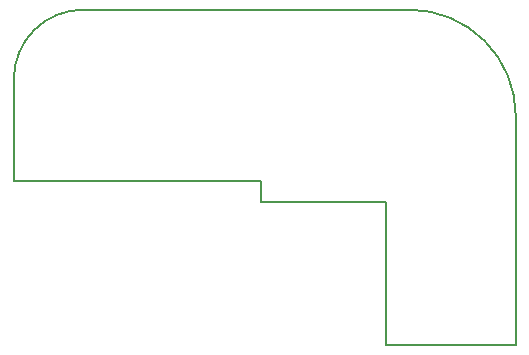
<source format=gbr>
%TF.GenerationSoftware,KiCad,Pcbnew,(5.1.9-0-10_14)*%
%TF.CreationDate,2021-10-29T13:13:03+02:00*%
%TF.ProjectId,Leo_muziekdoos,4c656f5f-6d75-47a6-9965-6b646f6f732e,rev?*%
%TF.SameCoordinates,Original*%
%TF.FileFunction,Profile,NP*%
%FSLAX46Y46*%
G04 Gerber Fmt 4.6, Leading zero omitted, Abs format (unit mm)*
G04 Created by KiCad (PCBNEW (5.1.9-0-10_14)) date 2021-10-29 13:13:03*
%MOMM*%
%LPD*%
G01*
G04 APERTURE LIST*
%TA.AperFunction,Profile*%
%ADD10C,0.200000*%
%TD*%
G04 APERTURE END LIST*
D10*
X41167565Y-69831020D02*
G75*
G02*
X47040565Y-63958020I5873000J0D01*
G01*
X72669999Y-80277773D02*
X72669398Y-92377773D01*
X62069398Y-78427773D02*
X62069398Y-80277773D01*
X41169399Y-78427773D02*
X62069398Y-78427773D01*
X41167565Y-69831020D02*
X41169399Y-78427773D01*
X72669398Y-92377773D02*
X83669398Y-92377773D01*
X62069398Y-80277773D02*
X72669999Y-80277773D01*
X74669398Y-63958020D02*
X47040565Y-63958020D01*
X74669398Y-63958020D02*
G75*
G02*
X83669398Y-72958020I0J-9000000D01*
G01*
X83669398Y-92377773D02*
X83669398Y-72958020D01*
M02*

</source>
